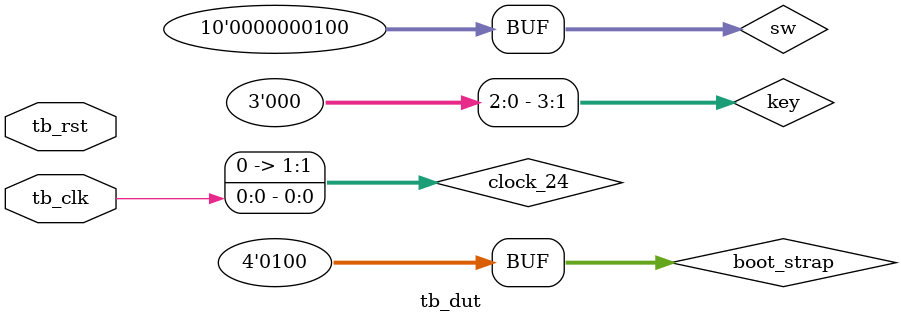
<source format=v>


`include "timescale.v"


module tb_dut(
                input tb_clk,
                input tb_rst
              );
              
  wire [3:0]	boot_strap = 4'b0100;  					
  
  
  // --------------------------------------------------------------------
  // de1 wires 
  wire  [1:0]   clock_24;
  wire  [1:0]   clock_27;
  wire          clock_50;
  wire          ext_clock;
  wire  [3:0]   key;
  wire  [9:0]   sw;
  wire  [6:0]   hex0;
  wire  [6:0]   hex1;
  wire  [6:0]   hex2;
  wire  [6:0]   hex3;
  wire  [7:0]   ledg;
  wire  [9:0]   ledr;
  wire          uart_txd;
  wire          uart_rxd;
  wire  [15:0]  dram_dq;
  wire  [11:0]  dram_addr;
  wire          dram_ldqm;
  wire          dram_udqm;
  wire          dram_we_n;
  wire          dram_cas_n;
  wire          dram_ras_n;
  wire          dram_cs_n;
  wire          dram_ba_0;
  wire          dram_ba_1;
  wire          dram_clk;
  wire          dram_cke;
  wire  [7:0]   fl_dq;
  wire  [21:0]  fl_addr;
  wire          fl_we_n;
  wire          fl_rst_n;
  wire          fl_oe_n;
  wire          fl_ce_n;
  wire  [15:0]  sram_dq;
  wire  [17:0]  sram_addr;
  wire          sram_ub_n;
  wire          sram_lb_n;
  wire          sram_we_n;
  wire          sram_ce_n;
  wire          sram_oe_n;
  wire          sd_dat;
  wire          sd_dat3;
  wire          sd_cmd;
  wire          sd_clk;
  wire          i2c_sdat;
  wire          i2c_sclk;
  wire          ps2_dat;
  wire          ps2_clk;
  wire          tdi;
  wire          tck;
  wire          tcs;
  wire          tdo;
  wire          vga_hs;
  wire          vga_vs;
  wire  [3:0]   vga_r;
  wire  [3:0]   vga_g;
  wire  [3:0]   vga_b;
  wire          aud_adclrck;
  wire          aud_adcdat;
  wire          aud_daclrck;
  wire          aud_dacdat;
  wire          aud_bclk;
  wire          aud_xck;
  wire  [35:0]  gpio_0;
  wire  [35:0]  gpio_1;  
  
  
  // --------------------------------------------------------------------
  // fpga top 
  assign clock_24 = {1'b0, tb_clk};
  assign sw       = {6'b000000, boot_strap};
  assign key      = {3'b000, ~tb_rst};
  					
top
  i_top(
    ////////////////////////  Clock Input     ////////////////////////
    .clock_24( clock_24 ),               //  24 MHz
    .clock_27(clock_27),               //  27 MHz
    .clock_50(clock_50),               //  50 MHz
    .ext_clock(ext_clock),              //  External Clock
    ////////////////////////  Push Button     ////////////////////////
    .key( key ),                    //  Pushbutton[3:0]
    ////////////////////////  DPDT Switch     ////////////////////////
    .sw( sw ),                     //  Toggle Switch[9:0]
    ////////////////////////  7-SEG Dispaly   ////////////////////////
    .hex0(hex0),                   //  Seven Segment Digit 0
    .hex1(hex1),                   //  Seven Segment Digit 1
    .hex2(hex2),                   //  Seven Segment Digit 2
    .hex3(hex3),                   //  Seven Segment Digit 3
    ////////////////////////////  LED     ////////////////////////////
    .ledg(ledg),                   //  LED Green[7:0]
    .ledr(ledr),                   //  LED Red[9:0]
    ////////////////////////////  UART    ////////////////////////////
    .uart_txd(uart_txd),               //  UART Transmitter
    .uart_rxd(uart_rxd),               //  UART Receiver
    ///////////////////////       SDRAM Interface ////////////////////////
    .dram_dq(dram_dq),                //  SDRAM Data bus 16 Bits
    .dram_addr(dram_addr),              //  SDRAM Address bus 12 Bits
    .dram_ldqm(dram_ldqm),              //  SDRAM Low-byte Data Mask 
    .dram_udqm(dram_udqm),              //  SDRAM High-byte Data Mask
    .dram_we_n(dram_we_n),              //  SDRAM Write Enable
    .dram_cas_n(dram_cas_n),             //  SDRAM Column Address Strobe
    .dram_ras_n(dram_ras_n),             //  SDRAM Row Address Strobe
    .dram_cs_n(dram_cs_n),              //  SDRAM Chip Select
    .dram_ba_0(dram_ba_0),              //  SDRAM Bank Address 0
    .dram_ba_1(dram_ba_1),              //  SDRAM Bank Address 0
    .dram_clk(dram_clk),               //  SDRAM Clock
    .dram_cke(dram_cke),               //  SDRAM Clock Enable
    ////////////////////////  Flash Interface ////////////////////////
    .fl_dq(fl_dq),                  //  FLASH Data bus 8 Bits
    .fl_addr(fl_addr),                //  FLASH Address bus 22 Bits
    .fl_we_n(fl_we_n),                //  FLASH Write Enable
    .fl_rst_n(fl_rst_n),               //  FLASH Reset
    .fl_oe_n(fl_oe_n),                //  FLASH Output Enable
    .fl_ce_n(fl_ce_n),                //  FLASH Chip Enable
    ////////////////////////  SRAM Interface  ////////////////////////
    .sram_dq(sram_dq),                //  SRAM Data bus 16 Bits
    .sram_addr(sram_addr),              //  SRAM Address bus 18 Bits
    .sram_ub_n(sram_ub_n),              //  SRAM High-byte Data Mask 
    .sram_lb_n(sram_lb_n),              //  SRAM Low-byte Data Mask 
    .sram_we_n(sram_we_n),              //  SRAM Write Enable
    .sram_ce_n(sram_ce_n),              //  SRAM Chip Enable
    .sram_oe_n(sram_oe_n),              //  SRAM Output Enable
    ////////////////////  SD Card Interface   ////////////////////////
    .sd_dat(sd_dat),                 //  SD Card Data
    .sd_dat3(sd_dat3),                //  SD Card Data 3
    .sd_cmd(sd_cmd),                 //  SD Card Command Signal
    .sd_clk(sd_clk),                 //  SD Card Clock
    ////////////////////////  I2C     ////////////////////////////////
    .i2c_sdat(i2c_sdat),               //  I2C Data
    .i2c_sclk(i2c_sclk),               //  I2C Clock
    ////////////////////////  PS2     ////////////////////////////////
    .ps2_dat(ps2_dat),                //  PS2 Data
    .ps2_clk(ps2_clk),                //  PS2 Clock
    ////////////////////  USB JTAG link   ////////////////////////////
    .tdi(tdi),                    // CPLD -> FPGA (data in)
    .tck(tck),                    // CPLD -> FPGA (clk)
    .tcs(tcs),                    // CPLD -> FPGA (CS)
    .tdo(tdo),                    // FPGA -> CPLD (data out)
    ////////////////////////  VGA         ////////////////////////////
    .vga_hs(vga_hs),                 //  VGA H_SYNC
    .vga_vs(vga_vs),                 //  VGA V_SYNC
    .vga_r(vga_r),                  //  VGA Red[3:0]
    .vga_g(vga_g),                  //  VGA Green[3:0]
    .vga_b(vga_b),                  //  VGA Blue[3:0]
    ////////////////////  Audio CODEC     ////////////////////////////
    .aud_adclrck(aud_adclrck),            //  Audio CODEC ADC LR Clock
    .aud_adcdat(aud_adcdat),             //  Audio CODEC ADC Data
    .aud_daclrck(aud_daclrck),            //  Audio CODEC DAC LR Clock
    .aud_dacdat(aud_dacdat),             //  Audio CODEC DAC Data
    .aud_bclk(aud_bclk),               //  Audio CODEC Bit-Stream Clock
    .aud_xck(aud_xck),                //  Audio CODEC Chip Clock
    ////////////////////////  GPIO    ////////////////////////////////
    .gpio_0(gpio_0),                 //  GPIO Connection 0
    .gpio_1(gpio_1)                  //  GPIO Connection 1
  );

  
  // --------------------------------------------------------------------
  // IS61LV25616
  IS61LV25616 i_IS61LV25616 (
                              .A(sram_addr),
                              .IO(sram_dq),
                              .CE_(sram_ce_n),
                              .OE_(sram_oe_n),
                              .WE_(sram_we_n),
                              .LB_(sram_lb_n),
                              .UB_(sram_ub_n)
                            );
  
                            
  // --------------------------------------------------------------------
  // s29al032d_00
  s29al032d_00 #( .UserPreload(1'b1), .mem_file_name( "../../../sw/load_this_to_ram/boot_rom_2.txt" ) )
  i_s29al032d_00(
                  .A21(fl_addr[21]),
                  .A20(fl_addr[20]),
                  .A19(fl_addr[19]),
                  .A18(fl_addr[18]),
                  .A17(fl_addr[17]),
                  .A16(fl_addr[16]),
                  .A15(fl_addr[15]),
                  .A14(fl_addr[14]),
                  .A13(fl_addr[13]),
                  .A12(fl_addr[12]),
                  .A11(fl_addr[11]),
                  .A10(fl_addr[10]),
                  .A9(fl_addr[9]),
                  .A8(fl_addr[8]),
                  .A7(fl_addr[7]),
                  .A6(fl_addr[6]),
                  .A5(fl_addr[5]),
                  .A4(fl_addr[4]),
                  .A3(fl_addr[3]),
                  .A2(fl_addr[2]),
                  .A1(fl_addr[1]),
                  .A0(fl_addr[0]),

                  .DQ7(fl_dq[7]),
                  .DQ6(fl_dq[6]),
                  .DQ5(fl_dq[5]),
                  .DQ4(fl_dq[4]),
                  .DQ3(fl_dq[3]),
                  .DQ2(fl_dq[2]),
                  .DQ1(fl_dq[1]),
                  .DQ0(fl_dq[0]),

                  .CENeg(fl_ce_n),
                  .OENeg(fl_oe_n),
                  .WENeg(fl_we_n),
                  .RESETNeg(fl_rst_n),
                  .ACC(),
                  .RY()
                );  
endmodule


</source>
